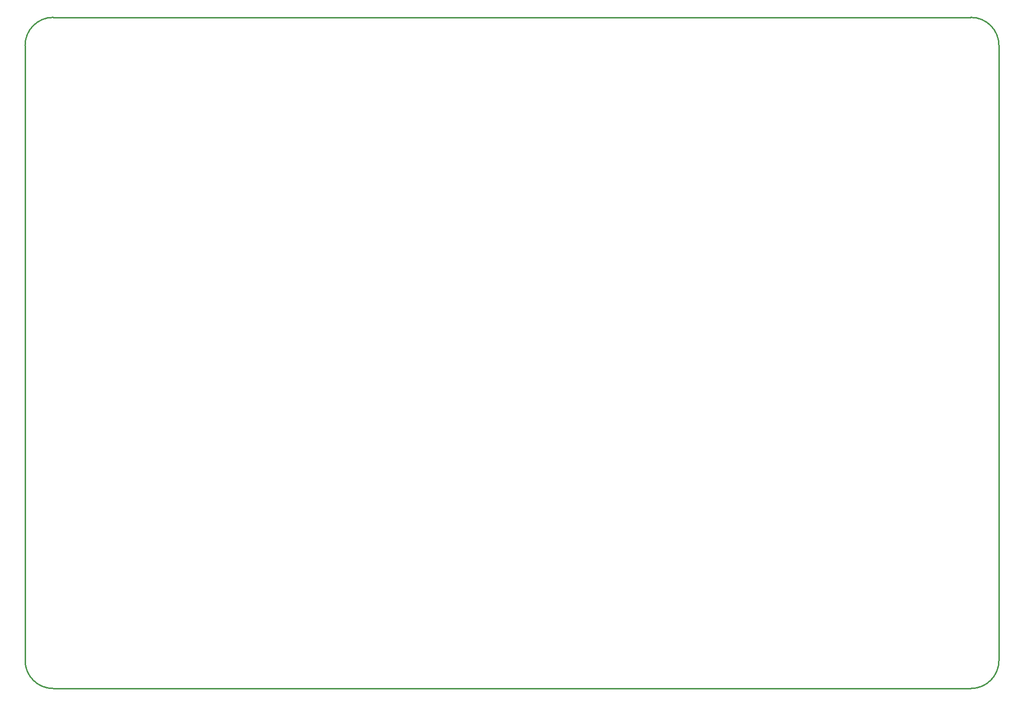
<source format=gko>
G04*
G04 #@! TF.GenerationSoftware,Altium Limited,Altium Designer,19.1.8 (144)*
G04*
G04 Layer_Color=16711935*
%FSLAX44Y44*%
%MOMM*%
G71*
G01*
G75*
%ADD12C,0.2540*%
D12*
X-870000Y-480400D02*
G03*
X-820000Y-530400I50000J0D01*
G01*
X820000Y-530400D02*
G03*
X870000Y-480400I-0J50000D01*
G01*
X870000Y619600D02*
G03*
X820000Y669600I-50000J-0D01*
G01*
X-820000Y669600D02*
G03*
X-870000Y619600I0J-50000D01*
G01*
X-820000Y-530400D02*
X820000D01*
X870000Y619600D02*
X870000Y-480400D01*
X-820000Y669600D02*
X820000D01*
X-869957Y619600D02*
X-869957Y-480357D01*
M02*

</source>
